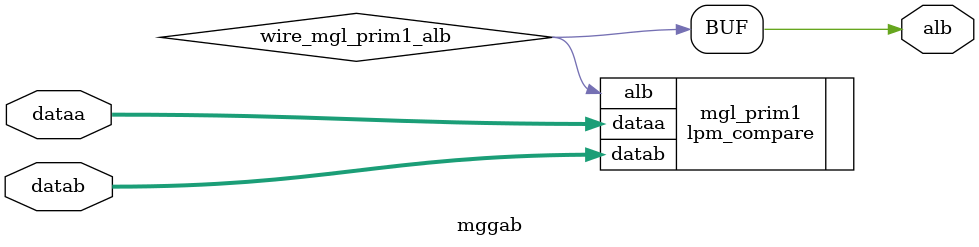
<source format=v>






//synthesis_resources = lpm_compare 1 
//synopsys translate_off
`timescale 1 ps / 1 ps
//synopsys translate_on
module  mggab
	( 
	alb,
	dataa,
	datab) /* synthesis synthesis_clearbox=1 */;
	output   alb;
	input   [7:0]  dataa;
	input   [7:0]  datab;

	wire  wire_mgl_prim1_alb;

	lpm_compare   mgl_prim1
	( 
	.alb(wire_mgl_prim1_alb),
	.dataa(dataa),
	.datab(datab));
	defparam
		mgl_prim1.lpm_representation = "UNSIGNED",
		mgl_prim1.lpm_type = "LPM_COMPARE",
		mgl_prim1.lpm_width = 8;
	assign
		alb = wire_mgl_prim1_alb;
endmodule //mggab
//VALID FILE

</source>
